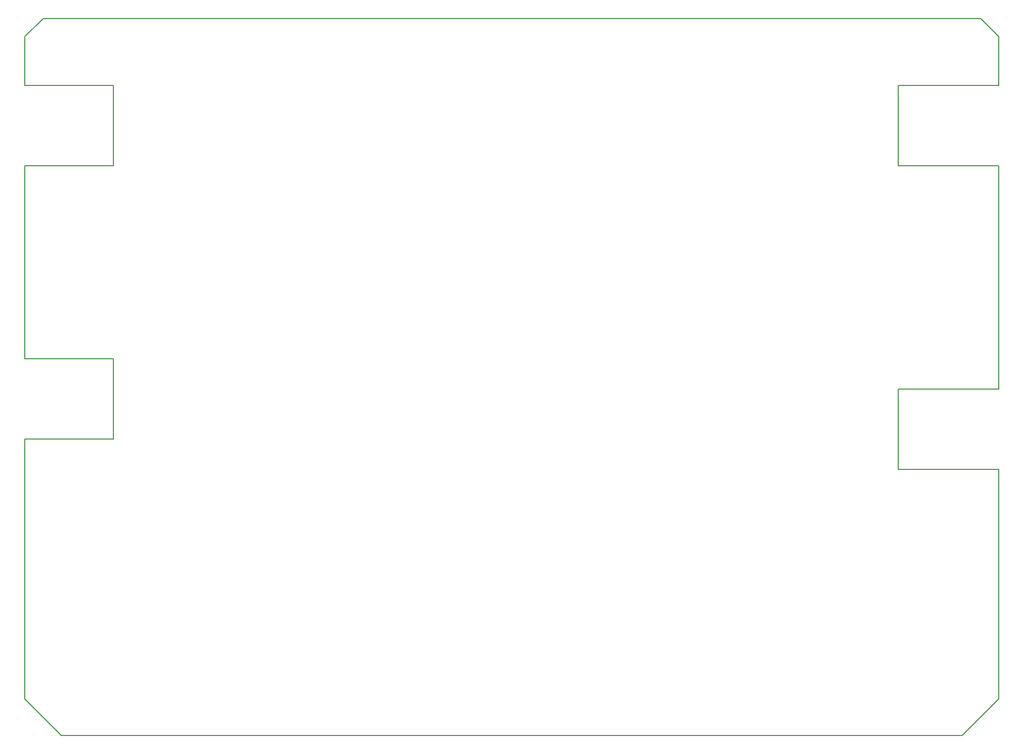
<source format=gko>
G75*
G70*
%OFA0B0*%
%FSLAX25Y25*%
%IPPOS*%
%LPD*%
%AMOC8*
5,1,8,0,0,1.08239X$1,22.5*
%
%ADD11C,0.00787*%
X0000000Y0000000D02*
%LPD*%
G01*
D11*
X0011811Y0464401D02*
X0618110Y0464401D01*
X0000000Y0421094D02*
X0000000Y0452590D01*
X0023622Y0000000D02*
X0000000Y0023622D01*
X0000000Y0243929D02*
X0000000Y0369125D01*
X0000000Y0023622D02*
X0000000Y0191960D01*
X0057087Y0421094D02*
X0000000Y0421094D01*
X0564961Y0172275D02*
X0629921Y0172275D01*
X0057087Y0191960D02*
X0057087Y0243929D01*
X0629921Y0224244D02*
X0564961Y0224244D01*
X0606299Y0000000D02*
X0023622Y0000000D01*
X0629921Y0369125D02*
X0629921Y0224244D01*
X0618110Y0464401D02*
X0629921Y0452590D01*
X0629921Y0452590D02*
X0629921Y0421094D01*
X0564961Y0369125D02*
X0629921Y0369125D01*
X0057087Y0243929D02*
X0000000Y0243929D01*
X0629921Y0421094D02*
X0564961Y0421094D01*
X0000000Y0191960D02*
X0057087Y0191960D01*
X0564961Y0224244D02*
X0564961Y0172275D01*
X0000000Y0452590D02*
X0011811Y0464401D01*
X0000000Y0369125D02*
X0057087Y0369125D01*
X0057087Y0369125D02*
X0057087Y0421094D01*
X0629921Y0172275D02*
X0629921Y0023622D01*
X0629921Y0023622D02*
X0606299Y0000000D01*
X0564961Y0421094D02*
X0564961Y0369125D01*
M02*

</source>
